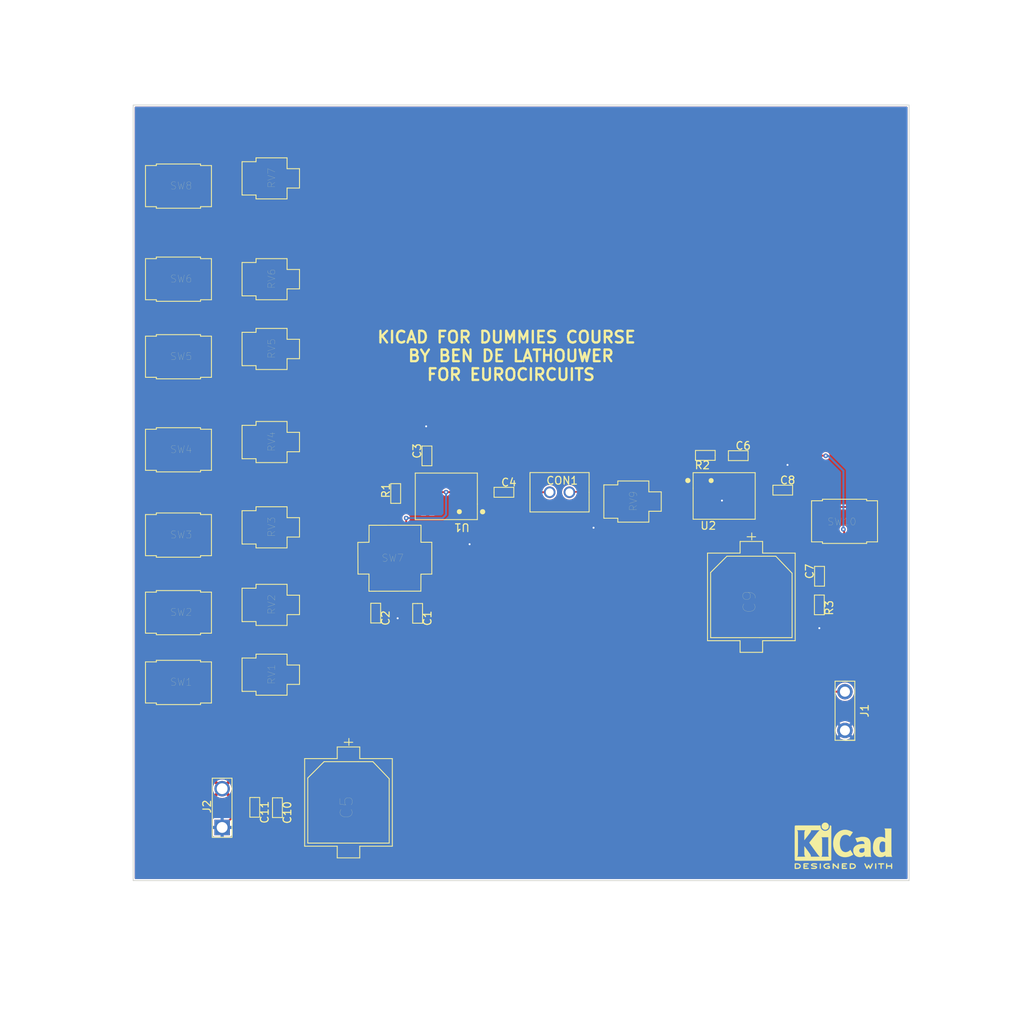
<source format=kicad_pcb>
(kicad_pcb (version 20210228) (generator pcbnew)
  (layers (0 "F.Cu" signal) (31 "B.Cu" signal) (34 "B.Paste" user) (35 "F.Paste" user) (36 "B.SilkS" user "B.Silkscreen") (37 "F.SilkS" user "F.Silkscreen") (38 "B.Mask" user) (39 "F.Mask" user) (44 "Edge.Cuts" user))
  (net 0 "")
  (net 1 "Net-(C1-Pad1)")
  (net 2 "GND")
  (net 3 "Net-(C2-Pad1)")
  (net 4 "Net-(C3-Pad1)")
  (net 5 "Net-(C4-Pad1)")
  (net 6 "/synth/osc_out")
  (net 7 "VCC")
  (net 8 "Net-(C6-Pad1)")
  (net 9 "Net-(C6-Pad2)")
  (net 10 "Net-(C7-Pad1)")
  (net 11 "Net-(C7-Pad2)")
  (net 12 "Net-(C8-Pad1)")
  (net 13 "Net-(C9-Pad2)")
  (net 14 "/audio amp/SYNTH_IN")
  (net 15 "Net-(R1-Pad1)")
  (net 16 "Net-(R1-Pad2)")
  (net 17 "Net-(R2-Pad2)")
  (net 18 "Net-(RV1-Pad1)")
  (net 19 "Net-(RV2-Pad1)")
  (net 20 "Net-(RV3-Pad1)")
  (net 21 "Net-(RV4-Pad1)")
  (net 22 "Net-(RV5-Pad1)")
  (net 23 "Net-(RV6-Pad1)")
  (net 24 "Net-(RV7-Pad1)")
  (net 25 "Net-(RV9-Pad2)")
  (footprint "vanalles:BOURNS_3214X-1-104E" (layer "F.Cu") (at 92 109 -90)
    (fp_text reference "RV1" (at -0.05 0 90) (layer "F.SilkS") (effects (font (size 0.944882 0.944882) (thickness 0.015))))
    (fp_text value "100k" hide)
    (pad "1" smd rect (at -1.25 2.55 270) (size 1.3 1.9) (layers "F.Cu" "F.Paste" "F.Mask") (net 18 "Net-(RV1-Pad1)"))
    (pad "2" smd rect (at 0 -2.55 270) (size 2 1.5) (layers "F.Cu" "F.Paste" "F.Mask") (net 15 "Net-(R1-Pad1)"))
    (pad "3" smd rect (at 1.25 2.55 270) (size 1.3 1.9) (layers "F.Cu" "F.Paste" "F.Mask") (net 15 "Net-(R1-Pad1)"))
  )
  (footprint "vanalles:CK_JS202011SCQN" (layer "F.Cu") (at 107.9 93.975 180)
    (fp_text reference "SW7" (at 0.29 0.02) (layer "F.SilkS") (effects (font (size 0.944882 0.944882) (thickness 0.015))))
    (fp_text value "SW_DPDT_x2")
    (pad "1" smd rect (at -2.5 2.75 180) (size 1.2 2.5) (layers "F.Cu" "F.Paste" "F.Mask"))
    (pad "2" smd rect (at 0 2.75 180) (size 1.2 2.5) (layers "F.Cu" "F.Paste" "F.Mask"))
    (pad "3" smd rect (at 2.5 2.75 180) (size 1.2 2.5) (layers "F.Cu" "F.Paste" "F.Mask"))
    (pad "4" smd rect (at 2.5 -2.75 180) (size 1.2 2.5) (layers "F.Cu" "F.Paste" "F.Mask") (net 3 "Net-(C2-Pad1)"))
    (pad "5" smd rect (at 0 -2.75 180) (size 1.2 2.5) (layers "F.Cu" "F.Paste" "F.Mask") (net 16 "Net-(R1-Pad2)"))
    (pad "6" smd rect (at -2.5 -2.75 180) (size 1.2 2.5) (layers "F.Cu" "F.Paste" "F.Mask") (net 1 "Net-(C1-Pad1)"))
  )
  (footprint "vanalles:CAPAE1030X1050D1200L350X90N" (layer "F.Cu") (at 153.85 98.975 -90)
    (fp_text reference "C9" (at 0.645 0.26 90) (layer "F.SilkS") (effects (font (size 1.574803 1.574803) (thickness 0.015))))
    (fp_text value "470uF")
    (pad "1" smd rect (at -4.5 0 270) (size 4.51 2.12) (layers "F.Cu" "F.Paste" "F.Mask") (net 11 "Net-(C7-Pad2)"))
    (pad "2" smd rect (at 4.5 0 270) (size 4.51 2.12) (layers "F.Cu" "F.Paste" "F.Mask") (net 13 "Net-(C9-Pad2)"))
  )
  (footprint "vanalles:SOFNG_TS-1187-1526" (layer "F.Cu") (at 80 101 180)
    (fp_text reference "SW2" (at -0.35 0.05) (layer "F.SilkS") (effects (font (size 0.944882 0.944882) (thickness 0.015))))
    (fp_text value "button")
    (pad "1" smd rect (at -3.1 -1.85 180) (size 1.8 1.1) (layers "F.Cu" "F.Paste" "F.Mask") (net 7 "VCC"))
    (pad "1" smd rect (at 3.1 -1.85 180) (size 1.8 1.1) (layers "F.Cu" "F.Paste" "F.Mask") (net 7 "VCC"))
    (pad "2" smd rect (at 3.1 1.85 180) (size 1.8 1.1) (layers "F.Cu" "F.Paste" "F.Mask") (net 19 "Net-(RV2-Pad1)"))
    (pad "2" smd rect (at -3.1 1.85 180) (size 1.8 1.1) (layers "F.Cu" "F.Paste" "F.Mask") (net 19 "Net-(RV2-Pad1)"))
  )
  (footprint "vanalles:0603RL" (layer "F.Cu") (at 147.9 80.725 180)
    (fp_text reference "R2" (at 0.376 -1.27) (layer "F.SilkS"))
    (fp_text value "10K")
    (pad "1" smd roundrect (at -0.64 0 270) (size 1 1.1) (layers "F.Cu" "F.Paste" "F.Mask") (net 8 "Net-(C6-Pad1)"))
    (pad "2" smd roundrect (at 0.63 0 270) (size 1 1.1) (layers "F.Cu" "F.Paste" "F.Mask") (net 17 "Net-(R2-Pad2)"))
  )
  (footprint "vanalles:SOFNG_TS-1187-1526" (layer "F.Cu") (at 80 110 180)
    (fp_text reference "SW1" (at -0.35 0.05) (layer "F.SilkS") (effects (font (size 0.944882 0.944882) (thickness 0.015))))
    (fp_text value "button")
    (pad "1" smd rect (at -3.1 -1.85 180) (size 1.8 1.1) (layers "F.Cu" "F.Paste" "F.Mask") (net 7 "VCC"))
    (pad "1" smd rect (at 3.1 -1.85 180) (size 1.8 1.1) (layers "F.Cu" "F.Paste" "F.Mask") (net 7 "VCC"))
    (pad "2" smd rect (at -3.1 1.85 180) (size 1.8 1.1) (layers "F.Cu" "F.Paste" "F.Mask") (net 18 "Net-(RV1-Pad1)"))
    (pad "2" smd rect (at 3.1 1.85 180) (size 1.8 1.1) (layers "F.Cu" "F.Paste" "F.Mask") (net 18 "Net-(RV1-Pad1)"))
  )
  (footprint "vanalles:BOURNS_3214X-1-104E" (layer "F.Cu") (at 92 58 -90)
    (fp_text reference "RV6" (at -0.05 0 90) (layer "F.SilkS") (effects (font (size 0.944882 0.944882) (thickness 0.015))))
    (fp_text value "100k" hide)
    (pad "1" smd rect (at -1.25 2.55 270) (size 1.3 1.9) (layers "F.Cu" "F.Paste" "F.Mask") (net 23 "Net-(RV6-Pad1)"))
    (pad "2" smd rect (at 0 -2.55 270) (size 2 1.5) (layers "F.Cu" "F.Paste" "F.Mask") (net 15 "Net-(R1-Pad1)"))
    (pad "3" smd rect (at 1.25 2.55 270) (size 1.3 1.9) (layers "F.Cu" "F.Paste" "F.Mask") (net 15 "Net-(R1-Pad1)"))
  )
  (footprint "vanalles:0603" (layer "F.Cu") (at 157.885 85.195)
    (fp_text reference "C8" (at 0.635 -1.265) (layer "F.SilkS"))
    (fp_text value "100nF")
    (pad "1" smd roundrect (at -0.635 0.005 90) (size 1 1.1) (layers "F.Cu" "F.Paste" "F.Mask") (net 12 "Net-(C8-Pad1)"))
    (pad "2" smd roundrect (at 0.635 0.005 90) (size 1 1.1) (layers "F.Cu" "F.Paste" "F.Mask") (net 2 "GND"))
  )
  (footprint "vanalles:BOURNS_3214X-1-104E" (layer "F.Cu") (at 92 90 -90)
    (fp_text reference "RV3" (at -0.05 0 90) (layer "F.SilkS") (effects (font (size 0.944882 0.944882) (thickness 0.015))))
    (fp_text value "100k" hide)
    (pad "1" smd rect (at -1.25 2.55 270) (size 1.3 1.9) (layers "F.Cu" "F.Paste" "F.Mask") (net 20 "Net-(RV3-Pad1)"))
    (pad "2" smd rect (at 0 -2.55 270) (size 2 1.5) (layers "F.Cu" "F.Paste" "F.Mask") (net 15 "Net-(R1-Pad1)"))
    (pad "3" smd rect (at 1.25 2.55 270) (size 1.3 1.9) (layers "F.Cu" "F.Paste" "F.Mask") (net 15 "Net-(R1-Pad1)"))
  )
  (footprint "vanalles:SOFNG_TS-1187-1526" (layer "F.Cu") (at 80 68 180)
    (fp_text reference "SW5" (at -0.35 0.05) (layer "F.SilkS") (effects (font (size 0.944882 0.944882) (thickness 0.015))))
    (fp_text value "button")
    (pad "1" smd rect (at -3.1 -1.85 180) (size 1.8 1.1) (layers "F.Cu" "F.Paste" "F.Mask") (net 7 "VCC"))
    (pad "1" smd rect (at 3.1 -1.85 180) (size 1.8 1.1) (layers "F.Cu" "F.Paste" "F.Mask") (net 7 "VCC"))
    (pad "2" smd rect (at 3.1 1.85 180) (size 1.8 1.1) (layers "F.Cu" "F.Paste" "F.Mask") (net 22 "Net-(RV5-Pad1)"))
    (pad "2" smd rect (at -3.1 1.85 180) (size 1.8 1.1) (layers "F.Cu" "F.Paste" "F.Mask") (net 22 "Net-(RV5-Pad1)"))
  )
  (footprint "vanalles:0603RL" (layer "F.Cu") (at 162.6 100.005 -90)
    (fp_text reference "R3" (at 0.376 -1.27 90) (layer "F.SilkS"))
    (fp_text value "10")
    (pad "1" smd roundrect (at -0.64 0) (size 1 1.1) (layers "F.Cu" "F.Paste" "F.Mask") (net 10 "Net-(C7-Pad1)"))
    (pad "2" smd roundrect (at 0.63 0) (size 1 1.1) (layers "F.Cu" "F.Paste" "F.Mask") (net 2 "GND"))
  )
  (footprint "logo's:KiCad-Logo2_5mm_SilkScreen" (layer "F.Cu") (at 165.7 131.05)
    (fp_text reference "REF**" hide)
    (fp_text value "KiCad-Logo2_5mm_SilkScreen" hide)
  )
  (footprint "vanalles:SOFNG_TS-1187-1526" (layer "F.Cu") (at 80 46 180)
    (fp_text reference "SW8" (at -0.35 0.05) (layer "F.SilkS") (effects (font (size 0.944882 0.944882) (thickness 0.015))))
    (fp_text value "button")
    (pad "1" smd rect (at -3.1 -1.85 180) (size 1.8 1.1) (layers "F.Cu" "F.Paste" "F.Mask") (net 7 "VCC"))
    (pad "1" smd rect (at 3.1 -1.85 180) (size 1.8 1.1) (layers "F.Cu" "F.Paste" "F.Mask") (net 7 "VCC"))
    (pad "2" smd rect (at -3.1 1.85 180) (size 1.8 1.1) (layers "F.Cu" "F.Paste" "F.Mask") (net 24 "Net-(RV7-Pad1)"))
    (pad "2" smd rect (at 3.1 1.85 180) (size 1.8 1.1) (layers "F.Cu" "F.Paste" "F.Mask") (net 24 "Net-(RV7-Pad1)"))
  )
  (footprint "halfgeleiders:ne55smd" (layer "F.Cu") (at 117.522705 88 180)
    (fp_text reference "U1" (at 1 -2 180 unlocked) (layer "F.SilkS"))
    (fp_text value "NE555")
    (pad "1" smd roundrect (at 0 0 180) (size 1.55 0.6) (layers "F.Cu" "F.Paste" "F.Mask") (net 2 "GND"))
    (pad "2" smd rect (at 0 1.27 180) (size 1.55 0.6) (layers "F.Cu" "F.Paste" "F.Mask") (net 16 "Net-(R1-Pad2)"))
    (pad "3" smd rect (at 0 2.54 180) (size 1.55 0.6) (layers "F.Cu" "F.Paste" "F.Mask") (net 5 "Net-(C4-Pad1)"))
    (pad "4" smd rect (at 0 3.81 180) (size 1.55 0.6) (layers "F.Cu" "F.Paste" "F.Mask") (net 7 "VCC"))
    (pad "5" smd rect (at 5.4 3.81 180) (size 1.55 0.6) (layers "F.Cu" "F.Paste" "F.Mask") (net 4 "Net-(C3-Pad1)"))
    (pad "6" smd rect (at 5.4 2.54 180) (size 1.55 0.6) (layers "F.Cu" "F.Paste" "F.Mask") (net 16 "Net-(R1-Pad2)"))
    (pad "7" smd rect (at 5.4 1.27 180) (size 1.55 0.6) (layers "F.Cu" "F.Paste" "F.Mask") (net 15 "Net-(R1-Pad1)"))
    (pad "8" smd rect (at 5.4 0 180) (size 1.55 0.6) (layers "F.Cu" "F.Paste" "F.Mask") (net 7 "VCC"))
  )
  (footprint "vanalles:0603" (layer "F.Cu") (at 162.62 96.31 90)
    (fp_text reference "C7" (at 0.635 -1.265 90) (layer "F.SilkS"))
    (fp_text value "100nF")
    (pad "1" smd roundrect (at -0.635 0.005 180) (size 1 1.1) (layers "F.Cu" "F.Paste" "F.Mask") (net 10 "Net-(C7-Pad1)"))
    (pad "2" smd roundrect (at 0.635 0.005 180) (size 1 1.1) (layers "F.Cu" "F.Paste" "F.Mask") (net 11 "Net-(C7-Pad2)"))
  )
  (footprint "vanalles:BOURNS_3214X-1-104E" (layer "F.Cu") (at 92 79 -90)
    (fp_text reference "RV4" (at -0.05 0 90) (layer "F.SilkS") (effects (font (size 0.944882 0.944882) (thickness 0.015))))
    (fp_text value "100k" hide)
    (pad "1" smd rect (at -1.25 2.55 270) (size 1.3 1.9) (layers "F.Cu" "F.Paste" "F.Mask") (net 21 "Net-(RV4-Pad1)"))
    (pad "2" smd rect (at 0 -2.55 270) (size 2 1.5) (layers "F.Cu" "F.Paste" "F.Mask") (net 15 "Net-(R1-Pad1)"))
    (pad "3" smd rect (at 1.25 2.55 270) (size 1.3 1.9) (layers "F.Cu" "F.Paste" "F.Mask") (net 15 "Net-(R1-Pad1)"))
  )
  (footprint "connectors_user:2 pin header" (layer "F.Cu") (at 127.85 85.475)
    (fp_text reference "CON1" (at 1.6 -1.5 unlocked) (layer "F.SilkS"))
    (fp_text value "con_2pin")
    (pad "1" thru_hole circle (at 0 0) (size 1.5 1.5) (drill 1.02) (layers *.Cu *.Mask) (net 6 "/synth/osc_out"))
    (pad "2" thru_hole circle (at 2.54 0) (size 1.5 1.5) (drill 1.02) (layers *.Cu *.Mask) (net 14 "/audio amp/SYNTH_IN"))
  )
  (footprint "vanalles:SOFNG_TS-1187-1526" (layer "F.Cu") (at 80 58 180)
    (fp_text reference "SW6" (at -0.35 0.05) (layer "F.SilkS") (effects (font (size 0.944882 0.944882) (thickness 0.015))))
    (fp_text value "button")
    (pad "1" smd rect (at 3.1 -1.85 180) (size 1.8 1.1) (layers "F.Cu" "F.Paste" "F.Mask") (net 7 "VCC"))
    (pad "1" smd rect (at -3.1 -1.85 180) (size 1.8 1.1) (layers "F.Cu" "F.Paste" "F.Mask") (net 7 "VCC"))
    (pad "2" smd rect (at -3.1 1.85 180) (size 1.8 1.1) (layers "F.Cu" "F.Paste" "F.Mask") (net 23 "Net-(RV6-Pad1)"))
    (pad "2" smd rect (at 3.1 1.85 180) (size 1.8 1.1) (layers "F.Cu" "F.Paste" "F.Mask") (net 23 "Net-(RV6-Pad1)"))
  )
  (footprint "vanalles:0603" (layer "F.Cu") (at 89.84 126.105 -90)
    (fp_text reference "C11" (at 0.635 -1.265 90) (layer "F.SilkS"))
    (fp_text value "10uF")
    (pad "1" smd roundrect (at -0.635 0.005) (size 1 1.1) (layers "F.Cu" "F.Paste" "F.Mask") (net 7 "VCC"))
    (pad "2" smd roundrect (at 0.635 0.005) (size 1 1.1) (layers "F.Cu" "F.Paste" "F.Mask") (net 2 "GND"))
  )
  (footprint "vanalles:0603" (layer "F.Cu") (at 152.15 80.75)
    (fp_text reference "C6" (at 0.635 -1.265) (layer "F.SilkS"))
    (fp_text value "33nF")
    (pad "1" smd roundrect (at -0.635 0.005 90) (size 1 1.1) (layers "F.Cu" "F.Paste" "F.Mask") (net 8 "Net-(C6-Pad1)"))
    (pad "2" smd roundrect (at 0.635 0.005 90) (size 1 1.1) (layers "F.Cu" "F.Paste" "F.Mask") (net 9 "Net-(C6-Pad2)"))
  )
  (footprint "halfgeleiders:lm386" (layer "F.Cu") (at 150.175 85.9)
    (fp_text reference "U2" (at -1.89 3.89 unlocked) (layer "F.SilkS"))
    (fp_text value "LM386")
    (pad "1" smd roundrect (at -2.84 -1.95) (size 1.55 0.6) (layers "F.Cu" "F.Paste" "F.Mask") (net 17 "Net-(R2-Pad2)"))
    (pad "2" smd rect (at -2.84 -0.68) (size 1.55 0.6) (layers "F.Cu" "F.Paste" "F.Mask") (net 2 "GND"))
    (pad "3" smd rect (at -2.84 0.59) (size 1.55 0.6) (layers "F.Cu" "F.Paste" "F.Mask") (net 25 "Net-(RV9-Pad2)"))
    (pad "4" smd rect (at -2.84 1.86) (size 1.55 0.6) (layers "F.Cu" "F.Paste" "F.Mask") (net 2 "GND"))
    (pad "5" smd rect (at 2.56 1.86) (size 1.55 0.6) (layers "F.Cu" "F.Paste" "F.Mask") (net 11 "Net-(C7-Pad2)"))
    (pad "6" smd rect (at 2.56 0.59) (size 1.55 0.6) (layers "F.Cu" "F.Paste" "F.Mask") (net 7 "VCC"))
    (pad "7" smd rect (at 2.56 -0.68) (size 1.55 0.6) (layers "F.Cu" "F.Paste" "F.Mask") (net 12 "Net-(C8-Pad1)"))
    (pad "8" smd rect (at 2.56 -1.95) (size 1.55 0.6) (layers "F.Cu" "F.Paste" "F.Mask"))
  )
  (footprint "vanalles:SOFNG_TS-1187-1526" (layer "F.Cu") (at 80 80 180)
    (fp_text reference "SW4" (at -0.35 0.05) (layer "F.SilkS") (effects (font (size 0.944882 0.944882) (thickness 0.015))))
    (fp_text value "button")
    (pad "1" smd rect (at -3.1 -1.85 180) (size 1.8 1.1) (layers "F.Cu" "F.Paste" "F.Mask") (net 7 "VCC"))
    (pad "1" smd rect (at 3.1 -1.85 180) (size 1.8 1.1) (layers "F.Cu" "F.Paste" "F.Mask") (net 7 "VCC"))
    (pad "2" smd rect (at -3.1 1.85 180) (size 1.8 1.1) (layers "F.Cu" "F.Paste" "F.Mask") (net 21 "Net-(RV4-Pad1)"))
    (pad "2" smd rect (at 3.1 1.85 180) (size 1.8 1.1) (layers "F.Cu" "F.Paste" "F.Mask") (net 21 "Net-(RV4-Pad1)"))
  )
  (footprint "vanalles:0603" (layer "F.Cu") (at 121.95 85.475)
    (fp_text reference "C4" (at 0.635 -1.265) (layer "F.SilkS"))
    (fp_text value "100nF")
    (pad "1" smd roundrect (at -0.635 0.005 90) (size 1 1.1) (layers "F.Cu" "F.Paste" "F.Mask") (net 5 "Net-(C4-Pad1)"))
    (pad "2" smd roundrect (at 0.635 0.005 90) (size 1 1.1) (layers "F.Cu" "F.Paste" "F.Mask") (net 6 "/synth/osc_out"))
  )
  (footprint "vanalles:BOURNS_3214X-1-104E" (layer "F.Cu") (at 138.625 86.675 -90)
    (fp_text reference "RV9" (at -0.05 0 90) (layer "F.SilkS") (effects (font (size 0.944882 0.944882) (thickness 0.015))))
    (fp_text value "10k" hide)
    (pad "1" smd rect (at -1.25 2.55 270) (size 1.3 1.9) (layers "F.Cu" "F.Paste" "F.Mask") (net 14 "/audio amp/SYNTH_IN"))
    (pad "2" smd rect (at 0 -2.55 270) (size 2 1.5) (layers "F.Cu" "F.Paste" "F.Mask") (net 25 "Net-(RV9-Pad2)"))
    (pad "3" smd rect (at 1.25 2.55 270) (size 1.3 1.9) (layers "F.Cu" "F.Paste" "F.Mask") (net 2 "GND"))
  )
  (footprint "connectors_user:2pin_screw" (layer "F.Cu") (at 85.635 126.145 90)
    (fp_text reference "J2" (at 0.145 -1.955 90) (layer "F.SilkS"))
    (fp_text value "Screw_Terminal_01x02")
    (pad "1" thru_hole rect (at -2.555 -0.005 90) (size 2 2) (drill 1.4) (layers *.Cu *.Mask) (net 2 "GND"))
    (pad "2" thru_hole circle (at 2.445 -0.005 90) (size 2 2) (drill 1.4) (layers *.Cu *.Mask) (net 7 "VCC"))
  )
  (footprint "vanalles:BOURNS_3214X-1-104E" (layer "F.Cu") (at 92 100 -90)
    (fp_text reference "RV2" (at -0.05 0 90) (layer "F.SilkS") (effects (font (size 0.944882 0.944882) (thickness 0.015))))
    (fp_text value "100k" hide)
    (pad "1" smd rect (at -1.25 2.55 270) (size 1.3 1.9) (layers "F.Cu" "F.Paste" "F.Mask") (net 19 "Net-(RV2-Pad1)"))
    (pad "2" smd rect (at 0 -2.55 270) (size 2 1.5) (layers "F.Cu" "F.Paste" "F.Mask") (net 15 "Net-(R1-Pad1)"))
    (pad "3" smd rect (at 1.25 2.55 270) (size 1.3 1.9) (layers "F.Cu" "F.Paste" "F.Mask") (net 15 "Net-(R1-Pad1)"))
  )
  (footprint "connectors_user:2pin_screw_vast" (layer "F.Cu") (at 165.9 113.65 -90)
    (fp_text reference "J1" (at 0 -2.54 90) (layer "F.SilkS"))
    (fp_text value "Screw_Terminal_01x02")
    (pad "1" thru_hole circle (at -2.46 0 270) (size 2 2) (drill 1.3) (layers *.Cu *.Mask "Dwgs.User") (net 13 "Net-(C9-Pad2)"))
    (pad "2" thru_hole circle (at 2.54 0 270) (size 2 2) (drill 1.3) (layers *.Cu *.Mask) (net 2 "GND"))
  )
  (footprint "vanalles:0603" (layer "F.Cu") (at 112.02 80.785 90)
    (fp_text reference "C3" (at 0.635 -1.265 90) (layer "F.SilkS"))
    (fp_text value "10nF")
    (pad "1" smd roundrect (at -0.635 0.005 180) (size 1 1.1) (layers "F.Cu" "F.Paste" "F.Mask") (net 4 "Net-(C3-Pad1)"))
    (pad "2" smd roundrect (at 0.635 0.005 180) (size 1 1.1) (layers "F.Cu" "F.Paste" "F.Mask") (net 2 "GND"))
  )
  (footprint "vanalles:SOFNG_TS-1187-1526" (layer "F.Cu") (at 165.85 89.225)
    (fp_text reference "SW10" (at -0.35 0.05) (layer "F.SilkS") (effects (font (size 0.944882 0.944882) (thickness 0.015))))
    (fp_text value "button")
    (pad "1" smd rect (at -3.1 -1.85) (size 1.8 1.1) (layers "F.Cu" "F.Paste" "F.Mask") (net 11 "Net-(C7-Pad2)"))
    (pad "1" smd rect (at 3.1 -1.85) (size 1.8 1.1) (layers "F.Cu" "F.Paste" "F.Mask") (net 11 "Net-(C7-Pad2)"))
    (pad "2" smd rect (at -3.1 1.85) (size 1.8 1.1) (layers "F.Cu" "F.Paste" "F.Mask") (net 9 "Net-(C6-Pad2)"))
    (pad "2" smd rect (at 3.1 1.85) (size 1.8 1.1) (layers "F.Cu" "F.Paste" "F.Mask") (net 9 "Net-(C6-Pad2)"))
  )
  (footprint "vanalles:0603" (layer "F.Cu") (at 105.43 101.06 -90)
    (fp_text reference "C2" (at 0.635 -1.265 90) (layer "F.SilkS"))
    (fp_text value "150nF")
    (pad "1" smd roundrect (at -0.635 0.005) (size 1 1.1) (layers "F.Cu" "F.Paste" "F.Mask") (net 3 "Net-(C2-Pad1)"))
    (pad "2" smd roundrect (at 0.635 0.005) (size 1 1.1) (layers "F.Cu" "F.Paste" "F.Mask") (net 2 "GND"))
  )
  (footprint "vanalles:CAPAE1030X1050D1200L350X90N" (layer "F.Cu") (at 101.925 125.475 -90)
    (fp_text reference "C5" (at 0.645 0.26 90) (layer "F.SilkS") (effects (font (size 1.574803 1.574803) (thickness 0.015))))
    (fp_text value "470uF")
    (pad "1" smd rect (at -4.5 0 270) (size 4.51 2.12) (layers "F.Cu" "F.Paste" "F.Mask") (net 7 "VCC"))
    (pad "2" smd rect (at 4.5 0 270) (size 4.51 2.12) (layers "F.Cu" "F.Paste" "F.Mask") (net 2 "GND"))
  )
  (footprint "vanalles:BOURNS_3214X-1-104E" (layer "F.Cu") (at 92 67 -90)
    (fp_text reference "RV5" (at -0.05 0 90) (layer "F.SilkS") (effects (font (size 0.944882 0.944882) (thickness 0.015))))
    (fp_text value "100k" hide)
    (pad "1" smd rect (at -1.25 2.55 270) (size 1.3 1.9) (layers "F.Cu" "F.Paste" "F.Mask") (net 22 "Net-(RV5-Pad1)"))
    (pad "2" smd rect (at 0 -2.55 270) (size 2 1.5) (layers "F.Cu" "F.Paste" "F.Mask") (net 15 "Net-(R1-Pad1)"))
    (pad "3" smd rect (at 1.25 2.55 270) (size 1.3 1.9) (layers "F.Cu" "F.Paste" "F.Mask") (net 15 "Net-(R1-Pad1)"))
  )
  (footprint "vanalles:0603RL" (layer "F.Cu") (at 108 85.63 90)
    (fp_text reference "R1" (at 0.376 -1.27 90) (layer "F.SilkS"))
    (fp_text value "10K")
    (pad "1" smd roundrect (at -0.64 0 180) (size 1 1.1) (layers "F.Cu" "F.Paste" "F.Mask") (net 15 "Net-(R1-Pad1)"))
    (pad "2" smd roundrect (at 0.63 0 180) (size 1 1.1) (layers "F.Cu" "F.Paste" "F.Mask") (net 16 "Net-(R1-Pad2)"))
  )
  (footprint "vanalles:BOURNS_3214X-1-104E" (layer "F.Cu") (at 92 45 -90)
    (fp_text reference "RV7" (at -0.05 0 90) (layer "F.SilkS") (effects (font (size 0.944882 0.944882) (thickness 0.015))))
    (fp_text value "100k" hide)
    (pad "1" smd rect (at -1.25 2.55 270) (size 1.3 1.9) (layers "F.Cu" "F.Paste" "F.Mask") (net 24 "Net-(RV7-Pad1)"))
    (pad "2" smd rect (at 0 -2.55 270) (size 2 1.5) (layers "F.Cu" "F.Paste" "F.Mask") (net 15 "Net-(R1-Pad1)"))
    (pad "3" smd rect (at 1.25 2.55 270) (size 1.3 1.9) (layers "F.Cu" "F.Paste" "F.Mask") (net 15 "Net-(R1-Pad1)"))
  )
  (footprint "vanalles:0603" (layer "F.Cu") (at 110.83 101.09 -90)
    (fp_text reference "C1" (at 0.635 -1.265 90) (layer "F.SilkS"))
    (fp_text value "100nF")
    (pad "1" smd roundrect (at -0.635 0.005) (size 1 1.1) (layers "F.Cu" "F.Paste" "F.Mask") (net 1 "Net-(C1-Pad1)"))
    (pad "2" smd roundrect (at 0.635 0.005) (size 1 1.1) (layers "F.Cu" "F.Paste" "F.Mask") (net 2 "GND"))
  )
  (footprint "vanalles:0603" (layer "F.Cu") (at 92.76 126.145 -90)
    (fp_text reference "C10" (at 0.635 -1.265 90) (layer "F.SilkS"))
    (fp_text value "100nF")
    (pad "1" smd roundrect (at -0.635 0.005) (size 1 1.1) (layers "F.Cu" "F.Paste" "F.Mask") (net 7 "VCC"))
    (pad "2" smd roundrect (at 0.635 0.005) (size 1 1.1) (layers "F.Cu" "F.Paste" "F.Mask") (net 2 "GND"))
  )
  (footprint "vanalles:SOFNG_TS-1187-1526" (layer "F.Cu") (at 80 91 180)
    (fp_text reference "SW3" (at -0.35 0.05) (layer "F.SilkS") (effects (font (size 0.944882 0.944882) (thickness 0.015))))
    (fp_text value "button")
    (pad "1" smd rect (at -3.1 -1.85 180) (size 1.8 1.1) (layers "F.Cu" "F.Paste" "F.Mask") (net 7 "VCC"))
    (pad "1" smd rect (at 3.1 -1.85 180) (size 1.8 1.1) (layers "F.Cu" "F.Paste" "F.Mask") (net 7 "VCC"))
    (pad "2" smd rect (at -3.1 1.85 180) (size 1.8 1.1) (layers "F.Cu" "F.Paste" "F.Mask") (net 20 "Net-(RV3-Pad1)"))
    (pad "2" smd rect (at 3.1 1.85 180) (size 1.8 1.1) (layers "F.Cu" "F.Paste" "F.Mask") (net 20 "Net-(RV3-Pad1)"))
  )
  (gr_line (start 174.17 135.55) (end 74.17 135.55) (layer "Edge.Cuts") (width 0.1))
  (gr_line (start 74.17 35.55) (end 174.17 35.55) (layer "Edge.Cuts") (width 0.1))
  (gr_line (start 174.17 35.55) (end 174.17 135.55) (layer "Edge.Cuts") (width 0.1))
  (gr_line (start 74.17 135.55) (end 74.17 35.55) (layer "Edge.Cuts") (width 0.1))
  (gr_text "KICAD FOR DUMMIES COURSE \nBY BEN DE LATHOUWER\nFOR EUROCIRCUITS\n\n" (at 122.85 69.1) (layer "F.SilkS") (effects (font (size 1.5 1.5) (thickness 0.3))))
  (segment (start 110.7 97.025) (end 110.7 100.33) (width 0.25) (layer "F.Cu") (net 1))
  (segment (start 110.7 100.33) (end 110.825 100.455) (width 0.25) (layer "F.Cu") (net 1))
  (segment (start 110.4 96.725) (end 110.7 97.025) (width 0.25) (layer "F.Cu") (net 1))
  (segment (start 117.522705 92.177295) (end 117.522705 92.202295) (width 0.25) (layer "F.Cu") (net 2))
  (segment (start 112.025 77.075) (end 111.925 76.975) (width 0.25) (layer "F.Cu") (net 2))
  (segment (start 110.825 101.725) (end 108.25 101.725) (width 0.25) (layer "F.Cu") (net 2))
  (segment (start 162.6 100.635) (end 162.6 103) (width 0.25) (layer "F.Cu") (net 2))
  (segment (start 112.025 80.15) (end 112.025 77.075) (width 0.25) (layer "F.Cu") (net 2))
  (segment (start 158.52 81.97) (end 158.5 81.95) (width 0.25) (layer "F.Cu") (net 2))
  (segment (start 101.925 129.975) (end 95.95 129.975) (width 0.25) (layer "F.Cu") (net 2))
  (segment (start 95.95 129.975) (end 92.755 126.78) (width 0.25) (layer "F.Cu") (net 2))
  (segment (start 89.835 126.74) (end 87.59 126.74) (width 0.25) (layer "F.Cu") (net 2))
  (segment (start 89.875 126.78) (end 89.835 126.74) (width 0.25) (layer "F.Cu") (net 2))
  (segment (start 150.05 85.375) (end 150.05 86.55) (width 0.25) (layer "F.Cu") (net 2))
  (segment (start 150.05 87.35) (end 149.64 87.76) (width 0.25) (layer "F.Cu") (net 2))
  (segment (start 92.755 126.78) (end 89.875 126.78) (width 0.25) (layer "F.Cu") (net 2))
  (segment (start 87.59 126.74) (end 85.63 128.7) (width 0.25) (layer "F.Cu") (net 2))
  (segment (start 117.522705 88) (end 117.522705 92.177295) (width 0.25) (layer "F.Cu") (net 2))
  (segment (start 149.895 85.22) (end 150.05 85.375) (width 0.25) (layer "F.Cu") (net 2))
  (segment (start 136.075 87.925) (end 133.95 90.05) (width 0.25) (layer "F.Cu") (net 2))
  (segment (start 149.64 87.76) (end 147.335 87.76) (width 0.25) (layer "F.Cu") (net 2))
  (segment (start 150.05 86.55) (end 150.05 87.35) (width 0.25) (layer "F.Cu") (net 2))
  (segment (start 158.52 85.2) (end 158.52 81.97) (width 0.25) (layer "F.Cu") (net 2))
  (segment (start 108.25 101.725) (end 105.455 101.725) (width 0.25) (layer "F.Cu") (net 2))
  (segment (start 147.335 85.22) (end 149.895 85.22) (width 0.25) (layer "F.Cu") (net 2))
  (segment (start 117.522705 92.202295) (end 117.45 92.275) (width 0.25) (layer "F.Cu") (net 2))
  (segment (start 133.95 90.05) (end 133.5 90.05) (width 0.25) (layer "F.Cu") (net 2))
  (segment (start 105.455 101.725) (end 105.425 101.695) (width 0.25) (layer "F.Cu") (net 2))
  (via (at 150.05 86.55) (size 0.6) (drill 0.25) (layers "F.Cu" "B.Cu") (net 2))
  (via (at 117.522705 92.177295) (size 0.6) (drill 0.25) (layers "F.Cu" "B.Cu") (net 2))
  (via (at 133.5 90.05) (size 0.6) (drill 0.25) (layers "F.Cu" "B.Cu") (net 2))
  (via (at 162.6 103) (size 0.6) (drill 0.25) (layers "F.Cu" "B.Cu") (net 2))
  (via (at 108.25 101.725) (size 0.6) (drill 0.25) (layers "F.Cu" "B.Cu") (net 2))
  (via (at 111.925 76.975) (size 0.6) (drill 0.25) (layers "F.Cu" "B.Cu") (net 2))
  (via (at 158.5 81.95) (size 0.6) (drill 0.25) (layers "F.Cu" "B.Cu") (net 2))
  (segment (start 105.425 96.75) (end 105.4 96.725) (width 0.25) (layer "F.Cu") (net 3))
  (segment (start 105.425 100.425) (end 105.425 96.75) (width 0.25) (layer "F.Cu") (net 3))
  (segment (start 112.025 84.092295) (end 112.122705 84.19) (width 0.25) (layer "F.Cu") (net 4))
  (segment (start 112.025 81.42) (end 112.025 84.092295) (width 0.25) (layer "F.Cu") (net 4))
  (segment (start 117.542705 85.48) (end 117.522705 85.46) (width 0.25) (layer "F.Cu") (net 5))
  (segment (start 121.315 85.48) (end 117.542705 85.48) (width 0.25) (layer "F.Cu") (net 5))
  (segment (start 122.59 85.475) (end 122.585 85.48) (width 0.25) (layer "F.Cu") (net 6))
  (segment (start 127.85 85.475) (end 122.59 85.475) (width 0.25) (layer "F.Cu") (net 6))
  (segment (start 97.29 120.975) (end 92.755 125.51) (width 0.25) (layer "F.Cu") (net 7))
  (segment (start 101.925 120.975) (end 97.29 120.975) (width 0.25) (layer "F.Cu") (net 7))
  (segment (start 151.485 80.725) (end 151.515 80.755) (width 0.25) (layer "F.Cu") (net 8))
  (segment (start 148.54 80.725) (end 151.485 80.725) (width 0.25) (layer "F.Cu") (net 8))
  (segment (start 152.785 80.755) (end 163.405 80.755) (width 0.25) (layer "F.Cu") (net 9))
  (segment (start 165.8 91.075) (end 165.8 90.35) (width 0.25) (layer "F.Cu") (net 9))
  (segment (start 168.95 91.075) (end 165.8 91.075) (width 0.25) (layer "F.Cu") (net 9))
  (segment (start 163.405 80.755) (end 163.425 80.775) (width 0.25) (layer "F.Cu") (net 9))
  (segment (start 165.8 91.075) (end 162.75 91.075) (width 0.25) (layer "F.Cu") (net 9))
  (segment (start 165.8 90.35) (end 165.7 90.25) (width 0.25) (layer "F.Cu") (net 9))
  (via (at 165.7 90.25) (size 0.6) (drill 0.25) (layers "F.Cu" "B.Cu") (net 9))
  (via (at 163.425 80.775) (size 0.6) (drill 0.25) (layers "F.Cu" "B.Cu") (net 9))
  (segment (start 165.7 90.25) (end 165.7 82.725) (width 0.25) (layer "B.Cu") (net 9))
  (segment (start 165.7 82.725) (end 163.75 80.775) (width 0.25) (layer "B.Cu") (net 9))
  (segment (start 163.75 80.775) (end 163.425 80.775) (width 0.25) (layer "B.Cu") (net 9))
  (segment (start 162.625 96.945) (end 162.625 99.34) (width 0.25) (layer "F.Cu") (net 10))
  (segment (start 162.625 99.34) (end 162.6 99.365) (width 0.25) (layer "F.Cu") (net 10))
  (segment (start 160.6 87.375) (end 153.12 87.375) (width 0.25) (layer "F.Cu") (net 11))
  (segment (start 153.85 94.475) (end 153.85 88.875) (width 0.25) (layer "F.Cu") (net 11))
  (segment (start 162.625 93.35) (end 160.6 91.325) (width 0.25) (layer "F.Cu") (net 11))
  (segment (start 168.95 87.375) (end 162.75 87.375) (width 0.25) (layer "F.Cu") (net 11))
  (segment (start 153.85 88.875) (end 152.735 87.76) (width 0.25) (layer "F.Cu") (net 11))
  (segment (start 162.75 87.375) (end 160.6 87.375) (width 0.25) (layer "F.Cu") (net 11))
  (segment (start 162.625 95.675) (end 162.625 93.35) (width 0.25) (layer "F.Cu") (net 11))
  (segment (start 160.6 91.325) (end 160.6 87.375) (width 0.25) (layer "F.Cu") (net 11))
  (segment (start 153.12 87.375) (end 152.735 87.76) (width 0.25) (layer "F.Cu") (net 11))
  (segment (start 152.735 85.22) (end 157.23 85.22) (width 0.25) (layer "F.Cu") (net 12))
  (segment (start 157.23 85.22) (end 157.25 85.2) (width 0.25) (layer "F.Cu") (net 12))
  (segment (start 153.85 103.475) (end 153.85 108.575) (width 0.25) (layer "F.Cu") (net 13))
  (segment (start 156.465 111.19) (end 165.9 111.19) (width 0.25) (layer "F.Cu") (net 13))
  (segment (start 153.85 108.575) (end 156.465 111.19) (width 0.25) (layer "F.Cu") (net 13))
  (segment (start 136.075 85.425) (end 130.44 85.425) (width 0.2) (layer "F.Cu") (net 14))
  (segment (start 130.44 85.425) (end 130.39 85.475) (width 0.2) (layer "F.Cu") (net 14))
  (segment (start 109.47 86.27) (end 109.93 86.73) (width 0.25) (layer "F.Cu") (net 15))
  (segment (start 89.45 46.25) (end 93.3 46.25) (width 0.25) (layer "F.Cu") (net 15))
  (segment (start 89.45 80.25) (end 93.3 80.25) (width 0.25) (layer "F.Cu") (net 15))
  (segment (start 94.55 45) (end 94.55 86.35) (width 0.25) (layer "F.Cu") (net 15))
  (segment (start 89.45 101.25) (end 93.3 101.25) (width 0.25) (layer "F.Cu") (net 15))
  (segment (start 89.45 110.25) (end 93.3 110.25) (width 0.25) (layer "F.Cu") (net 15))
  (segment (start 93.3 110.25) (end 94.55 109) (width 0.25) (layer "F.Cu") (net 15))
  (segment (start 94.55 86.35) (end 94.55 109) (width 0.25) (layer "F.Cu") (net 15))
  (segment (start 93.3 101.25) (end 94.55 100) (width 0.25) (layer "F.Cu") (net 15))
  (segment (start 89.45 59.25) (end 93.3 59.25) (width 0.25) (layer "F.Cu") (net 15))
  (segment (start 94.63 86.27) (end 94.55 86.35) (width 0.25) (layer "F.Cu") (net 15))
  (segment (start 93.3 59.25) (end 94.55 58) (width 0.25) (layer "F.Cu") (net 15))
  (segment (start 109.93 86.73) (end 112.122705 86.73) (width 0.25) (layer "F.Cu") (net 15))
  (segment (start 89.45 68.25) (end 93.3 68.25) (width 0.25) (layer "F.Cu") (net 15))
  (segment (start 93.3 46.25) (end 94.55 45) (width 0.25) (layer "F.Cu") (net 15))
  (segment (start 108 86.27) (end 94.63 86.27) (width 0.25) (layer "F.Cu") (net 15))
  (segment (start 93.3 80.25) (end 94.55 79) (width 0.25) (layer "F.Cu") (net 15))
  (segment (start 108 86.27) (end 109.47 86.27) (width 0.25) (layer "F.Cu") (net 15))
  (segment (start 93.3 91.25) (end 94.55 90) (width 0.25) (layer "F.Cu") (net 15))
  (segment (start 89.45 91.25) (end 93.3 91.25) (width 0.25) (layer "F.Cu") (net 15))
  (segment (start 93.3 68.25) (end 94.55 67) (width 0.25) (layer "F.Cu") (net 15))
  (segment (start 110.075 85) (end 110.535 85.46) (width 0.25) (layer "F.Cu") (net 16))
  (segment (start 114.49 85.46) (end 112.122705 85.46) (width 0.25) (layer "F.Cu") (net 16))
  (segment (start 108 85) (end 110.075 85) (width 0.25) (layer "F.Cu") (net 16))
  (segment (start 115.777705 85.46) (end 114.49 85.46) (width 0.25) (layer "F.Cu") (net 16))
  (segment (start 107.9 95.4) (end 108.825 94.475) (width 0.25) (layer "F.Cu") (net 16))
  (segment (start 117.522705 86.73) (end 117.047705 86.73) (width 0.25) (layer "F.Cu") (net 16))
  (segment (start 109.35 93.95) (end 109.35 88.8) (width 0.25) (layer "F.Cu") (net 16))
  (segment (start 108.825 94.475) (end 109.35 93.95) (width 0.25) (layer "F.Cu") (net 16))
  (segment (start 110.535 85.46) (end 112.122705 85.46) (width 0.25) (layer "F.Cu") (net 16))
  (segment (start 107.9 96.725) (end 107.9 95.4) (width 0.25) (layer "F.Cu") (net 16))
  (segment (start 117.047705 86.73) (end 115.777705 85.46) (width 0.25) (layer "F.Cu") (net 16))
  (via (at 109.35 88.8) (size 0.6) (drill 0.25) (layers "F.Cu" "B.Cu") (net 16))
  (via (at 114.49 85.46) (size 0.6) (drill 0.25) (layers "F.Cu" "B.Cu") (net 16))
  (segment (start 114.49 88.36) (end 114.49 85.46) (width 0.25) (layer "B.Cu") (net 16))
  (segment (start 109.35 88.8) (end 114.05 88.8) (width 0.25) (layer "B.Cu") (net 16))
  (segment (start 114.05 88.8) (end 114.49 88.36) (width 0.25) (layer "B.Cu") (net 16))
  (segment (start 147.335 83.95) (end 147.335 80.79) (width 0.25) (layer "F.Cu") (net 17))
  (segment (start 147.335 80.79) (end 147.27 80.725) (width 0.25) (layer "F.Cu") (net 17))
  (segment (start 76.9 108.15) (end 83.1 108.15) (width 0.25) (layer "F.Cu") (net 18))
  (segment (start 83.5 107.75) (end 83.1 108.15) (width 0.25) (layer "F.Cu") (net 18))
  (segment (start 89.05 108.15) (end 89.45 107.75) (width 0.25) (layer "F.Cu") (net 18))
  (segment (start 83.1 108.15) (end 89.05 108.15) (width 0.25) (layer "F.Cu") (net 18))
  (segment (start 89.05 99.15) (end 89.45 98.75) (width 0.25) (layer "F.Cu") (net 19))
  (segment (start 76.9 99.15) (end 89.05 99.15) (width 0.25) (layer "F.Cu") (net 19))
  (segment (start 76.9 89.15) (end 89.05 89.15) (width 0.25) (layer "F.Cu") (net 20))
  (segment (start 89.05 89.15) (end 89.45 88.75) (width 0.25) (layer "F.Cu") (net 20))
  (segment (start 89.05 78.15) (end 89.45 77.75) (width 0.25) (layer "F.Cu") (net 21))
  (segment (start 76.9 78.15) (end 89.05 78.15) (width 0.25) (layer "F.Cu") (net 21))
  (segment (start 76.9 66.15) (end 89.05 66.15) (width 0.25) (layer "F.Cu") (net 22))
  (segment (start 89.05 66.15) (end 89.45 65.75) (width 0.25) (layer "F.Cu") (net 22))
  (segment (start 76.9 56.15) (end 88.85 56.15) (width 0.25) (layer "F.Cu") (net 23))
  (segment (start 88.85 56.15) (end 89.45 56.75) (width 0.25) (layer "F.Cu") (net 23))
  (segment (start 76.9 44.15) (end 83.1 44.15) (width 0.25) (layer "F.Cu") (net 24))
  (segment (start 83.5 43.75) (end 83.1 44.15) (width 0.25) (layer "F.Cu") (net 24))
  (segment (start 89.45 43.75) (end 83.5 43.75) (width 0.25) (layer "F.Cu") (net 24))
  (segment (start 147.335 86.49) (end 141.36 86.49) (width 0.25) (layer "F.Cu") (net 25))
  (segment (start 141.36 86.49) (end 141.175 86.675) (width 0.25) (layer "F.Cu") (net 25))
  (zone (net 7) (net_name "VCC") (layer "F.Cu") (connect_pads (clearance 0.2)) (min_thickness 0.2) (fill yes (thermal_gap 0.2) (thermal_bridge_width 0.4))
    (polygon (pts (xy 180 27) (xy 181 144) (xy 67 143) (xy 67 26)))
  )
  (zone (net 2) (net_name "GND") (layer "B.Cu") (connect_pads (clearance 0.2)) (min_thickness 0.2) (fill yes (thermal_gap 0.2) (thermal_bridge_width 0.4))
    (polygon (pts (xy 189 145) (xy 188 153) (xy 57 152) (xy 57 22) (xy 188 22)))
  )
)
</source>
